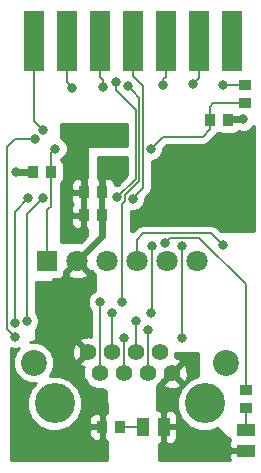
<source format=gbr>
G04 #@! TF.GenerationSoftware,KiCad,Pcbnew,no-vcs-found-835c19f~60~ubuntu16.04.1*
G04 #@! TF.CreationDate,2017-10-10T23:17:26+02:00*
G04 #@! TF.ProjectId,arcade_adapter,6172636164655F616461707465722E6B,rev?*
G04 #@! TF.SameCoordinates,Original*
G04 #@! TF.FileFunction,Copper,L2,Bot,Signal*
G04 #@! TF.FilePolarity,Positive*
%FSLAX46Y46*%
G04 Gerber Fmt 4.6, Leading zero omitted, Abs format (unit mm)*
G04 Created by KiCad (PCBNEW no-vcs-found-835c19f~60~ubuntu16.04.1) date Tue Oct 10 23:17:26 2017*
%MOMM*%
%LPD*%
G01*
G04 APERTURE LIST*
%ADD10R,0.914400X1.066800*%
%ADD11R,1.066800X0.914400*%
%ADD12R,1.574800X1.066800*%
%ADD13R,1.066800X1.574800*%
%ADD14R,1.780000X5.080000*%
%ADD15C,1.400000*%
%ADD16C,3.400000*%
%ADD17C,2.200000*%
%ADD18R,1.800000X1.800000*%
%ADD19C,1.800000*%
%ADD20C,0.800000*%
%ADD21C,0.152400*%
%ADD22C,0.609600*%
%ADD23C,0.254000*%
G04 APERTURE END LIST*
D10*
X98907600Y-69857620D03*
X97383600Y-69857620D03*
X97383600Y-71805800D03*
X98907600Y-71805800D03*
X108051600Y-63728600D03*
X109575600Y-63728600D03*
D11*
X111099600Y-86639400D03*
X111099600Y-88163400D03*
X110990380Y-60822840D03*
X110990380Y-62346840D03*
D10*
X98933000Y-89738200D03*
X100457000Y-89738200D03*
X94569280Y-68122800D03*
X93045280Y-68122800D03*
D12*
X111099600Y-91744800D03*
X111099600Y-90017600D03*
D13*
X102412800Y-89738200D03*
X104140000Y-89738200D03*
D14*
X109902800Y-57048400D03*
X107112800Y-57048400D03*
X104312800Y-57048400D03*
X101522800Y-57048400D03*
X98722800Y-57048400D03*
X95932800Y-57048400D03*
X93142800Y-57048400D03*
D15*
X104819800Y-85191600D03*
X102789800Y-85191600D03*
X100759800Y-85191600D03*
X98729800Y-85191600D03*
X103799800Y-83411600D03*
X101769800Y-83411600D03*
X99739800Y-83411600D03*
X97709800Y-83411600D03*
D16*
X94919800Y-87731600D03*
X107619800Y-87731600D03*
D17*
X93139800Y-84301600D03*
X109399800Y-84301600D03*
D18*
X94259400Y-75692000D03*
D19*
X96799400Y-75692000D03*
X99339400Y-75692000D03*
X101879400Y-75692000D03*
X104419400Y-75692000D03*
X106959400Y-75692000D03*
D20*
X109169200Y-74371200D03*
X109143800Y-60807600D03*
X101523800Y-70408800D03*
X100228400Y-70281800D03*
X100126800Y-60528200D03*
X106629200Y-60706000D03*
X98990420Y-60946593D03*
X104089200Y-60756800D03*
X96420798Y-61050289D03*
X101117400Y-60883800D03*
X100634800Y-79197199D03*
X98729798Y-79197200D03*
X110871000Y-63703200D03*
X99857560Y-65074800D03*
X98623120Y-65057020D03*
X96154240Y-65031620D03*
X97388680Y-65051940D03*
X105613200Y-90779600D03*
X106984800Y-90779600D03*
X108280200Y-90779600D03*
X108280200Y-91846400D03*
X106908600Y-91846400D03*
X106908600Y-91846400D03*
X105638600Y-91846400D03*
X105638600Y-91846400D03*
X104419400Y-91846400D03*
X91633040Y-68122800D03*
X98920300Y-68303140D03*
X99808030Y-68303140D03*
X100695760Y-68303140D03*
X100690680Y-67249040D03*
X99805490Y-67256660D03*
X98920300Y-67261740D03*
X93921866Y-64577237D03*
X105664004Y-74447400D03*
X100761800Y-82245200D03*
X105664000Y-82245200D03*
X103098600Y-80086200D03*
X99745802Y-80086200D03*
X103124000Y-74422000D03*
X92557600Y-80772000D03*
X101777800Y-80746600D03*
X93903800Y-70358000D03*
X104267000Y-74142602D03*
X91516200Y-80975200D03*
X102793804Y-81508600D03*
X92659200Y-70358000D03*
X91567092Y-82099312D03*
X93249503Y-65380159D03*
X103073200Y-66167000D03*
X94970600Y-66167000D03*
D21*
X101879400Y-75692000D02*
X101879400Y-73888600D01*
X101879400Y-73888600D02*
X102412800Y-73355200D01*
X102412800Y-73355200D02*
X108153200Y-73355200D01*
X108153200Y-73355200D02*
X109169200Y-74371200D01*
X109143800Y-60807600D02*
X110975140Y-60807600D01*
X110975140Y-60807600D02*
X110990380Y-60822840D01*
X109143800Y-60934600D02*
X109143800Y-60807600D01*
X101522800Y-57048400D02*
X101522800Y-60019200D01*
X101522800Y-60019200D02*
X102413366Y-60909766D01*
X102413366Y-60909766D02*
X102413366Y-69519234D01*
X102413366Y-69519234D02*
X101923799Y-70008801D01*
X101923799Y-70008801D02*
X101523800Y-70408800D01*
X100228400Y-70281800D02*
X100228400Y-70278036D01*
X100228400Y-70278036D02*
X101783005Y-68723431D01*
X101783005Y-68723431D02*
X101783005Y-62890525D01*
X101783005Y-62890525D02*
X100126800Y-61234320D01*
X100126800Y-61234320D02*
X100126800Y-60528200D01*
X107112800Y-57048400D02*
X107112800Y-60222400D01*
X107112800Y-60222400D02*
X106629200Y-60706000D01*
X98722800Y-57048400D02*
X98722800Y-60103570D01*
X98722800Y-60103570D02*
X98990420Y-60371190D01*
X98990420Y-60371190D02*
X98990420Y-60946593D01*
X104089200Y-60756800D02*
X104089200Y-60299600D01*
X104089200Y-60299600D02*
X104312800Y-60076000D01*
X104312800Y-60076000D02*
X104312800Y-57048400D01*
X96020799Y-60650290D02*
X96420798Y-61050289D01*
X95932800Y-60562291D02*
X96020799Y-60650290D01*
X95932800Y-57048400D02*
X95932800Y-60562291D01*
X100634800Y-79197199D02*
X100634800Y-70881934D01*
X100634800Y-70881934D02*
X100882404Y-70634330D01*
X100882404Y-70634330D02*
X100882404Y-70090794D01*
X101517399Y-61283799D02*
X101117400Y-60883800D01*
X100882404Y-70090794D02*
X102087816Y-68885382D01*
X102087816Y-68885382D02*
X102087816Y-61854216D01*
X102087816Y-61854216D02*
X101517399Y-61283799D01*
X98729800Y-79197202D02*
X98729798Y-79197200D01*
X98729800Y-85191600D02*
X98729800Y-79197202D01*
D22*
X110871000Y-63703200D02*
X109601000Y-63703200D01*
X109601000Y-63703200D02*
X109575600Y-63728600D01*
X97388680Y-65051940D02*
X98638360Y-65051940D01*
X98638360Y-65051940D02*
X98643440Y-65057020D01*
X97388680Y-65051940D02*
X96174560Y-65051940D01*
X96174560Y-65051940D02*
X96154240Y-65031620D01*
X97388680Y-68709540D02*
X97388680Y-65051940D01*
X97383600Y-69857620D02*
X97383600Y-68714620D01*
X97383600Y-68714620D02*
X97388680Y-68709540D01*
D21*
X106984800Y-90779600D02*
X105613200Y-90779600D01*
X108280200Y-91846400D02*
X108280200Y-90779600D01*
X108280200Y-91846400D02*
X106908600Y-91846400D01*
X106908600Y-91846400D02*
X105638600Y-91846400D01*
X104165400Y-90703400D02*
X104165400Y-91592400D01*
X104165400Y-91592400D02*
X104419400Y-91846400D01*
X104140000Y-89738200D02*
X104140000Y-90678000D01*
X104140000Y-90678000D02*
X104165400Y-90703400D01*
X111099600Y-91744800D02*
X110921800Y-91744800D01*
D22*
X95859600Y-76606400D02*
X95859600Y-77012800D01*
X95874001Y-76591999D02*
X95859600Y-76606400D01*
X96799400Y-75692000D02*
X95899401Y-76591999D01*
X95899401Y-76591999D02*
X95874001Y-76591999D01*
X93045280Y-68122800D02*
X91633040Y-68122800D01*
X98912680Y-68709540D02*
X98912680Y-68132960D01*
X98912680Y-68132960D02*
X98912680Y-67091560D01*
X100688140Y-68132960D02*
X99857560Y-68132960D01*
X99832160Y-67086480D02*
X100675440Y-67086480D01*
X100675440Y-67086480D02*
X100683060Y-67078860D01*
X98907600Y-69857620D02*
X98907600Y-68714620D01*
X98907600Y-68714620D02*
X98912680Y-68709540D01*
X97729879Y-74792001D02*
X98907600Y-73614280D01*
X98907600Y-73614280D02*
X98907600Y-71805800D01*
X96799400Y-75692000D02*
X97699399Y-74792001D01*
X97699399Y-74792001D02*
X97729879Y-74792001D01*
D21*
X93142800Y-57048400D02*
X93142800Y-63798171D01*
X93521867Y-64177238D02*
X93921866Y-64577237D01*
X93142800Y-63798171D02*
X93521867Y-64177238D01*
X105664000Y-74447404D02*
X105664004Y-74447400D01*
X105664000Y-82245200D02*
X105664000Y-74447404D01*
X100761800Y-82245200D02*
X100761800Y-83032600D01*
X100761800Y-83032600D02*
X100761800Y-85189600D01*
X100761800Y-85189600D02*
X100759800Y-85191600D01*
X103124000Y-80060800D02*
X103098600Y-80086200D01*
X103124000Y-74422000D02*
X103124000Y-80060800D01*
X99739800Y-83411600D02*
X99739800Y-80092202D01*
X99739800Y-80092202D02*
X99745802Y-80086200D01*
X92557600Y-80206315D02*
X92557600Y-80772000D01*
X93903800Y-70358000D02*
X92557600Y-71704200D01*
X92557600Y-71704200D02*
X92557600Y-80206315D01*
X101769800Y-83411600D02*
X101769800Y-80754600D01*
X101769800Y-80754600D02*
X101777800Y-80746600D01*
X111099600Y-86639400D02*
X111099600Y-77673200D01*
X111099600Y-77673200D02*
X107169003Y-73742603D01*
X107169003Y-73742603D02*
X104666999Y-73742603D01*
X104666999Y-73742603D02*
X104267000Y-74142602D01*
X91516200Y-80409515D02*
X91516200Y-80975200D01*
X91516200Y-71501000D02*
X91516200Y-80409515D01*
X92659200Y-70358000D02*
X91516200Y-71501000D01*
X102789800Y-81512604D02*
X102793804Y-81508600D01*
X102789800Y-85191600D02*
X102789800Y-81512604D01*
X93249503Y-65380159D02*
X91543431Y-65380159D01*
X91543431Y-65380159D02*
X90886521Y-66037069D01*
X90886521Y-66037069D02*
X90886521Y-81418741D01*
X90886521Y-81418741D02*
X91167093Y-81699313D01*
X91167093Y-81699313D02*
X91567092Y-82099312D01*
X107442000Y-65151000D02*
X108051600Y-64541400D01*
X108051600Y-64541400D02*
X108051600Y-63728600D01*
X104089200Y-65151000D02*
X106603800Y-65151000D01*
X106603800Y-65151000D02*
X107442000Y-65151000D01*
X108315760Y-62346840D02*
X108051600Y-62611000D01*
X108051600Y-62611000D02*
X108051600Y-63728600D01*
X110990380Y-62346840D02*
X108315760Y-62346840D01*
X103073200Y-66167000D02*
X104089200Y-65151000D01*
X109631480Y-62346840D02*
X110990380Y-62346840D01*
X103073200Y-66167000D02*
X103098600Y-66192400D01*
X94259400Y-71399400D02*
X94526100Y-71132700D01*
X94569280Y-68122800D02*
X94569280Y-71089520D01*
X94569280Y-71089520D02*
X94526100Y-71132700D01*
X94569280Y-68122800D02*
X94569280Y-66568320D01*
X94569280Y-66568320D02*
X94970600Y-66167000D01*
X94259400Y-75692000D02*
X94259400Y-71399400D01*
X100457000Y-89738200D02*
X102412800Y-89738200D01*
X111099600Y-90017600D02*
X111099600Y-88163400D01*
D23*
G36*
X107061000Y-85436019D02*
X106298857Y-85750929D01*
X105641438Y-86407202D01*
X105285207Y-87265102D01*
X105284396Y-88194022D01*
X105639129Y-89052543D01*
X106295402Y-89709962D01*
X107153302Y-90066193D01*
X108082222Y-90067004D01*
X108644010Y-89834878D01*
X109487770Y-90642733D01*
X109529561Y-90669361D01*
X109575600Y-90678000D01*
X109690022Y-90678000D01*
X109714043Y-90798765D01*
X109764513Y-90874298D01*
X109677200Y-91085091D01*
X109677200Y-91459050D01*
X109835950Y-91617800D01*
X110972600Y-91617800D01*
X110972600Y-91597800D01*
X111226600Y-91597800D01*
X111226600Y-91617800D01*
X111246600Y-91617800D01*
X111246600Y-91871800D01*
X111226600Y-91871800D01*
X111226600Y-91891800D01*
X110972600Y-91891800D01*
X110972600Y-91871800D01*
X109835950Y-91871800D01*
X109677200Y-92030550D01*
X109677200Y-92404509D01*
X109741109Y-92558800D01*
X103733600Y-92558800D01*
X103733600Y-91160600D01*
X103854250Y-91160600D01*
X104013000Y-91001850D01*
X104013000Y-89865200D01*
X104267000Y-89865200D01*
X104267000Y-91001850D01*
X104425750Y-91160600D01*
X104799709Y-91160600D01*
X105033098Y-91063927D01*
X105211727Y-90885299D01*
X105308400Y-90651910D01*
X105308400Y-90023950D01*
X105149650Y-89865200D01*
X104267000Y-89865200D01*
X104013000Y-89865200D01*
X103993000Y-89865200D01*
X103993000Y-89611200D01*
X104013000Y-89611200D01*
X104013000Y-88474550D01*
X104267000Y-88474550D01*
X104267000Y-89611200D01*
X105149650Y-89611200D01*
X105308400Y-89452450D01*
X105308400Y-88824490D01*
X105211727Y-88591101D01*
X105033098Y-88412473D01*
X104799709Y-88315800D01*
X104425750Y-88315800D01*
X104267000Y-88474550D01*
X104013000Y-88474550D01*
X103854250Y-88315800D01*
X103612506Y-88315800D01*
X103555800Y-88024169D01*
X103555800Y-86313266D01*
X103742516Y-86126875D01*
X104064131Y-86126875D01*
X104125969Y-86362642D01*
X104626922Y-86539019D01*
X105157240Y-86510264D01*
X105513631Y-86362642D01*
X105575469Y-86126875D01*
X104819800Y-85371205D01*
X104064131Y-86126875D01*
X103742516Y-86126875D01*
X103920898Y-85948804D01*
X103947816Y-85883978D01*
X104640195Y-85191600D01*
X104999405Y-85191600D01*
X105755075Y-85947269D01*
X105990842Y-85885431D01*
X106167219Y-85384478D01*
X106138464Y-84854160D01*
X105990842Y-84497769D01*
X105755075Y-84435931D01*
X104999405Y-85191600D01*
X104640195Y-85191600D01*
X104626053Y-85177458D01*
X104805658Y-84997852D01*
X104819800Y-85011995D01*
X105575469Y-84256325D01*
X105513631Y-84020558D01*
X105058931Y-83860466D01*
X105134568Y-83678313D01*
X105134777Y-83439000D01*
X107061000Y-83439000D01*
X107061000Y-85436019D01*
X107061000Y-85436019D01*
G37*
X107061000Y-85436019D02*
X106298857Y-85750929D01*
X105641438Y-86407202D01*
X105285207Y-87265102D01*
X105284396Y-88194022D01*
X105639129Y-89052543D01*
X106295402Y-89709962D01*
X107153302Y-90066193D01*
X108082222Y-90067004D01*
X108644010Y-89834878D01*
X109487770Y-90642733D01*
X109529561Y-90669361D01*
X109575600Y-90678000D01*
X109690022Y-90678000D01*
X109714043Y-90798765D01*
X109764513Y-90874298D01*
X109677200Y-91085091D01*
X109677200Y-91459050D01*
X109835950Y-91617800D01*
X110972600Y-91617800D01*
X110972600Y-91597800D01*
X111226600Y-91597800D01*
X111226600Y-91617800D01*
X111246600Y-91617800D01*
X111246600Y-91871800D01*
X111226600Y-91871800D01*
X111226600Y-91891800D01*
X110972600Y-91891800D01*
X110972600Y-91871800D01*
X109835950Y-91871800D01*
X109677200Y-92030550D01*
X109677200Y-92404509D01*
X109741109Y-92558800D01*
X103733600Y-92558800D01*
X103733600Y-91160600D01*
X103854250Y-91160600D01*
X104013000Y-91001850D01*
X104013000Y-89865200D01*
X104267000Y-89865200D01*
X104267000Y-91001850D01*
X104425750Y-91160600D01*
X104799709Y-91160600D01*
X105033098Y-91063927D01*
X105211727Y-90885299D01*
X105308400Y-90651910D01*
X105308400Y-90023950D01*
X105149650Y-89865200D01*
X104267000Y-89865200D01*
X104013000Y-89865200D01*
X103993000Y-89865200D01*
X103993000Y-89611200D01*
X104013000Y-89611200D01*
X104013000Y-88474550D01*
X104267000Y-88474550D01*
X104267000Y-89611200D01*
X105149650Y-89611200D01*
X105308400Y-89452450D01*
X105308400Y-88824490D01*
X105211727Y-88591101D01*
X105033098Y-88412473D01*
X104799709Y-88315800D01*
X104425750Y-88315800D01*
X104267000Y-88474550D01*
X104013000Y-88474550D01*
X103854250Y-88315800D01*
X103612506Y-88315800D01*
X103555800Y-88024169D01*
X103555800Y-86313266D01*
X103742516Y-86126875D01*
X104064131Y-86126875D01*
X104125969Y-86362642D01*
X104626922Y-86539019D01*
X105157240Y-86510264D01*
X105513631Y-86362642D01*
X105575469Y-86126875D01*
X104819800Y-85371205D01*
X104064131Y-86126875D01*
X103742516Y-86126875D01*
X103920898Y-85948804D01*
X103947816Y-85883978D01*
X104640195Y-85191600D01*
X104999405Y-85191600D01*
X105755075Y-85947269D01*
X105990842Y-85885431D01*
X106167219Y-85384478D01*
X106138464Y-84854160D01*
X105990842Y-84497769D01*
X105755075Y-84435931D01*
X104999405Y-85191600D01*
X104640195Y-85191600D01*
X104626053Y-85177458D01*
X104805658Y-84997852D01*
X104819800Y-85011995D01*
X105575469Y-84256325D01*
X105513631Y-84020558D01*
X105058931Y-83860466D01*
X105134568Y-83678313D01*
X105134777Y-83439000D01*
X107061000Y-83439000D01*
X107061000Y-85436019D01*
G36*
X96993148Y-75677858D02*
X96979005Y-75692000D01*
X97879559Y-76592554D01*
X98029727Y-76541965D01*
X98037332Y-76560371D01*
X98328779Y-76852328D01*
X98332617Y-78241440D01*
X98144283Y-78319258D01*
X97852879Y-78610154D01*
X97694978Y-78990423D01*
X97694619Y-79402171D01*
X97851856Y-79782715D01*
X98018600Y-79949750D01*
X98018600Y-82104995D01*
X97902678Y-82064181D01*
X97372360Y-82092936D01*
X97015969Y-82240558D01*
X96954131Y-82476325D01*
X97709800Y-83231995D01*
X97723943Y-83217853D01*
X97903548Y-83397458D01*
X97889405Y-83411600D01*
X97903548Y-83425743D01*
X97723943Y-83605348D01*
X97709800Y-83591205D01*
X96954131Y-84346875D01*
X97015969Y-84582642D01*
X97362023Y-84704481D01*
X97338695Y-84746956D01*
X97333204Y-84775072D01*
X97282404Y-85410072D01*
X97288165Y-85459289D01*
X97303854Y-85491428D01*
X97573973Y-85890176D01*
X97597382Y-85946829D01*
X97643958Y-85993486D01*
X97837254Y-86278828D01*
X97872516Y-86313643D01*
X97934717Y-86334367D01*
X98011974Y-86339049D01*
X98463087Y-86526368D01*
X98959660Y-86526801D01*
X99240958Y-86710256D01*
X99327448Y-88569800D01*
X99218750Y-88569800D01*
X99060000Y-88728550D01*
X99060000Y-89611200D01*
X99080000Y-89611200D01*
X99080000Y-89865200D01*
X99060000Y-89865200D01*
X99060000Y-90747850D01*
X99218750Y-90906600D01*
X99327564Y-90906600D01*
X99318177Y-92558800D01*
X91210200Y-92558800D01*
X91210200Y-83071799D01*
X91360315Y-83134132D01*
X91772063Y-83134491D01*
X91910404Y-83077330D01*
X91669796Y-83317518D01*
X91405101Y-83954973D01*
X91404499Y-84645199D01*
X91668081Y-85283115D01*
X92155718Y-85771604D01*
X92793173Y-86036299D01*
X93312535Y-86036752D01*
X92941438Y-86407202D01*
X92585207Y-87265102D01*
X92584396Y-88194022D01*
X92939129Y-89052543D01*
X93595402Y-89709962D01*
X94453302Y-90066193D01*
X95382222Y-90067004D01*
X95486420Y-90023950D01*
X97840800Y-90023950D01*
X97840800Y-90397910D01*
X97937473Y-90631299D01*
X98116102Y-90809927D01*
X98349491Y-90906600D01*
X98647250Y-90906600D01*
X98806000Y-90747850D01*
X98806000Y-89865200D01*
X97999550Y-89865200D01*
X97840800Y-90023950D01*
X95486420Y-90023950D01*
X96240743Y-89712271D01*
X96875630Y-89078490D01*
X97840800Y-89078490D01*
X97840800Y-89452450D01*
X97999550Y-89611200D01*
X98806000Y-89611200D01*
X98806000Y-88728550D01*
X98647250Y-88569800D01*
X98349491Y-88569800D01*
X98116102Y-88666473D01*
X97937473Y-88845101D01*
X97840800Y-89078490D01*
X96875630Y-89078490D01*
X96898162Y-89055998D01*
X97254393Y-88198098D01*
X97255204Y-87269178D01*
X96900471Y-86410657D01*
X96244198Y-85753238D01*
X95386298Y-85397007D01*
X94499060Y-85396232D01*
X94609804Y-85285682D01*
X94874499Y-84648227D01*
X94875101Y-83958001D01*
X94611519Y-83320085D01*
X94510333Y-83218722D01*
X96362381Y-83218722D01*
X96391136Y-83749040D01*
X96538758Y-84105431D01*
X96774525Y-84167269D01*
X97530195Y-83411600D01*
X96774525Y-82655931D01*
X96538758Y-82717769D01*
X96362381Y-83218722D01*
X94510333Y-83218722D01*
X94123882Y-82831596D01*
X93486427Y-82566901D01*
X92842224Y-82566339D01*
X93254389Y-82443075D01*
X93298182Y-82419888D01*
X93329768Y-82381707D01*
X93344998Y-82322048D01*
X93349478Y-81443939D01*
X93434519Y-81359046D01*
X93592420Y-80978777D01*
X93592779Y-80567029D01*
X93435542Y-80186485D01*
X93356299Y-80107103D01*
X93369753Y-77470000D01*
X94665800Y-77470000D01*
X94714401Y-77460333D01*
X94755603Y-77432803D01*
X94783133Y-77391601D01*
X94792800Y-77343000D01*
X94792800Y-77239440D01*
X95159400Y-77239440D01*
X95407165Y-77190157D01*
X95617209Y-77049809D01*
X95749458Y-76851886D01*
X95784290Y-76886718D01*
X95898847Y-76772161D01*
X95985252Y-77028643D01*
X96558736Y-77238458D01*
X97168860Y-77212839D01*
X97613548Y-77028643D01*
X97699954Y-76772159D01*
X96799400Y-75871605D01*
X96785258Y-75885748D01*
X96605653Y-75706143D01*
X96619795Y-75692000D01*
X96605653Y-75677858D01*
X96785258Y-75498253D01*
X96799400Y-75512395D01*
X96813543Y-75498253D01*
X96993148Y-75677858D01*
X96993148Y-75677858D01*
G37*
X96993148Y-75677858D02*
X96979005Y-75692000D01*
X97879559Y-76592554D01*
X98029727Y-76541965D01*
X98037332Y-76560371D01*
X98328779Y-76852328D01*
X98332617Y-78241440D01*
X98144283Y-78319258D01*
X97852879Y-78610154D01*
X97694978Y-78990423D01*
X97694619Y-79402171D01*
X97851856Y-79782715D01*
X98018600Y-79949750D01*
X98018600Y-82104995D01*
X97902678Y-82064181D01*
X97372360Y-82092936D01*
X97015969Y-82240558D01*
X96954131Y-82476325D01*
X97709800Y-83231995D01*
X97723943Y-83217853D01*
X97903548Y-83397458D01*
X97889405Y-83411600D01*
X97903548Y-83425743D01*
X97723943Y-83605348D01*
X97709800Y-83591205D01*
X96954131Y-84346875D01*
X97015969Y-84582642D01*
X97362023Y-84704481D01*
X97338695Y-84746956D01*
X97333204Y-84775072D01*
X97282404Y-85410072D01*
X97288165Y-85459289D01*
X97303854Y-85491428D01*
X97573973Y-85890176D01*
X97597382Y-85946829D01*
X97643958Y-85993486D01*
X97837254Y-86278828D01*
X97872516Y-86313643D01*
X97934717Y-86334367D01*
X98011974Y-86339049D01*
X98463087Y-86526368D01*
X98959660Y-86526801D01*
X99240958Y-86710256D01*
X99327448Y-88569800D01*
X99218750Y-88569800D01*
X99060000Y-88728550D01*
X99060000Y-89611200D01*
X99080000Y-89611200D01*
X99080000Y-89865200D01*
X99060000Y-89865200D01*
X99060000Y-90747850D01*
X99218750Y-90906600D01*
X99327564Y-90906600D01*
X99318177Y-92558800D01*
X91210200Y-92558800D01*
X91210200Y-83071799D01*
X91360315Y-83134132D01*
X91772063Y-83134491D01*
X91910404Y-83077330D01*
X91669796Y-83317518D01*
X91405101Y-83954973D01*
X91404499Y-84645199D01*
X91668081Y-85283115D01*
X92155718Y-85771604D01*
X92793173Y-86036299D01*
X93312535Y-86036752D01*
X92941438Y-86407202D01*
X92585207Y-87265102D01*
X92584396Y-88194022D01*
X92939129Y-89052543D01*
X93595402Y-89709962D01*
X94453302Y-90066193D01*
X95382222Y-90067004D01*
X95486420Y-90023950D01*
X97840800Y-90023950D01*
X97840800Y-90397910D01*
X97937473Y-90631299D01*
X98116102Y-90809927D01*
X98349491Y-90906600D01*
X98647250Y-90906600D01*
X98806000Y-90747850D01*
X98806000Y-89865200D01*
X97999550Y-89865200D01*
X97840800Y-90023950D01*
X95486420Y-90023950D01*
X96240743Y-89712271D01*
X96875630Y-89078490D01*
X97840800Y-89078490D01*
X97840800Y-89452450D01*
X97999550Y-89611200D01*
X98806000Y-89611200D01*
X98806000Y-88728550D01*
X98647250Y-88569800D01*
X98349491Y-88569800D01*
X98116102Y-88666473D01*
X97937473Y-88845101D01*
X97840800Y-89078490D01*
X96875630Y-89078490D01*
X96898162Y-89055998D01*
X97254393Y-88198098D01*
X97255204Y-87269178D01*
X96900471Y-86410657D01*
X96244198Y-85753238D01*
X95386298Y-85397007D01*
X94499060Y-85396232D01*
X94609804Y-85285682D01*
X94874499Y-84648227D01*
X94875101Y-83958001D01*
X94611519Y-83320085D01*
X94510333Y-83218722D01*
X96362381Y-83218722D01*
X96391136Y-83749040D01*
X96538758Y-84105431D01*
X96774525Y-84167269D01*
X97530195Y-83411600D01*
X96774525Y-82655931D01*
X96538758Y-82717769D01*
X96362381Y-83218722D01*
X94510333Y-83218722D01*
X94123882Y-82831596D01*
X93486427Y-82566901D01*
X92842224Y-82566339D01*
X93254389Y-82443075D01*
X93298182Y-82419888D01*
X93329768Y-82381707D01*
X93344998Y-82322048D01*
X93349478Y-81443939D01*
X93434519Y-81359046D01*
X93592420Y-80978777D01*
X93592779Y-80567029D01*
X93435542Y-80186485D01*
X93356299Y-80107103D01*
X93369753Y-77470000D01*
X94665800Y-77470000D01*
X94714401Y-77460333D01*
X94755603Y-77432803D01*
X94783133Y-77391601D01*
X94792800Y-77343000D01*
X94792800Y-77239440D01*
X95159400Y-77239440D01*
X95407165Y-77190157D01*
X95617209Y-77049809D01*
X95749458Y-76851886D01*
X95784290Y-76886718D01*
X95898847Y-76772161D01*
X95985252Y-77028643D01*
X96558736Y-77238458D01*
X97168860Y-77212839D01*
X97613548Y-77028643D01*
X97699954Y-76772159D01*
X96799400Y-75871605D01*
X96785258Y-75885748D01*
X96605653Y-75706143D01*
X96619795Y-75692000D01*
X96605653Y-75677858D01*
X96785258Y-75498253D01*
X96799400Y-75512395D01*
X96813543Y-75498253D01*
X96993148Y-75677858D01*
G36*
X101071805Y-66862487D02*
X101071805Y-68428842D01*
X100253826Y-69246822D01*
X100023429Y-69246621D01*
X99999800Y-69256384D01*
X99999800Y-69197910D01*
X99903127Y-68964521D01*
X99724498Y-68785893D01*
X99491109Y-68689220D01*
X99193350Y-68689220D01*
X99034600Y-68847970D01*
X99034600Y-69730620D01*
X99054600Y-69730620D01*
X99054600Y-69984620D01*
X99034600Y-69984620D01*
X99034600Y-71678800D01*
X99054600Y-71678800D01*
X99054600Y-71932800D01*
X99034600Y-71932800D01*
X99034600Y-71952800D01*
X98780600Y-71952800D01*
X98780600Y-71932800D01*
X98760600Y-71932800D01*
X98760600Y-71678800D01*
X98780600Y-71678800D01*
X98780600Y-69984620D01*
X98760600Y-69984620D01*
X98760600Y-69730620D01*
X98780600Y-69730620D01*
X98780600Y-68847970D01*
X98621850Y-68689220D01*
X98606277Y-68689220D01*
X98603026Y-66853275D01*
X101071805Y-66862487D01*
X101071805Y-66862487D01*
G37*
X101071805Y-66862487D02*
X101071805Y-68428842D01*
X100253826Y-69246822D01*
X100023429Y-69246621D01*
X99999800Y-69256384D01*
X99999800Y-69197910D01*
X99903127Y-68964521D01*
X99724498Y-68785893D01*
X99491109Y-68689220D01*
X99193350Y-68689220D01*
X99034600Y-68847970D01*
X99034600Y-69730620D01*
X99054600Y-69730620D01*
X99054600Y-69984620D01*
X99034600Y-69984620D01*
X99034600Y-71678800D01*
X99054600Y-71678800D01*
X99054600Y-71932800D01*
X99034600Y-71932800D01*
X99034600Y-71952800D01*
X98780600Y-71952800D01*
X98780600Y-71932800D01*
X98760600Y-71932800D01*
X98760600Y-71678800D01*
X98780600Y-71678800D01*
X98780600Y-69984620D01*
X98760600Y-69984620D01*
X98760600Y-69730620D01*
X98780600Y-69730620D01*
X98780600Y-68847970D01*
X98621850Y-68689220D01*
X98606277Y-68689220D01*
X98603026Y-66853275D01*
X101071805Y-66862487D01*
G36*
X101071805Y-65953334D02*
X97789595Y-65963801D01*
X97741025Y-65973623D01*
X97699912Y-66001284D01*
X97672513Y-66042574D01*
X97663000Y-66090453D01*
X97655865Y-68702705D01*
X97510600Y-68847970D01*
X97510600Y-69730620D01*
X97530600Y-69730620D01*
X97530600Y-69984620D01*
X97510600Y-69984620D01*
X97510600Y-71678800D01*
X97530600Y-71678800D01*
X97530600Y-71932800D01*
X97510600Y-71932800D01*
X97510600Y-72815450D01*
X97644266Y-72949116D01*
X97642772Y-73496269D01*
X97569331Y-73623471D01*
X97126717Y-74066085D01*
X97107509Y-74078919D01*
X95450850Y-74093236D01*
X95453819Y-72091550D01*
X96291400Y-72091550D01*
X96291400Y-72465510D01*
X96388073Y-72698899D01*
X96566702Y-72877527D01*
X96800091Y-72974200D01*
X97097850Y-72974200D01*
X97256600Y-72815450D01*
X97256600Y-71932800D01*
X96450150Y-71932800D01*
X96291400Y-72091550D01*
X95453819Y-72091550D01*
X95456708Y-70143370D01*
X96291400Y-70143370D01*
X96291400Y-70517330D01*
X96388073Y-70750719D01*
X96469064Y-70831710D01*
X96388073Y-70912701D01*
X96291400Y-71146090D01*
X96291400Y-71520050D01*
X96450150Y-71678800D01*
X97256600Y-71678800D01*
X97256600Y-69984620D01*
X96450150Y-69984620D01*
X96291400Y-70143370D01*
X95456708Y-70143370D01*
X95458111Y-69197910D01*
X96291400Y-69197910D01*
X96291400Y-69571870D01*
X96450150Y-69730620D01*
X97256600Y-69730620D01*
X97256600Y-68847970D01*
X97097850Y-68689220D01*
X96800091Y-68689220D01*
X96566702Y-68785893D01*
X96388073Y-68964521D01*
X96291400Y-69197910D01*
X95458111Y-69197910D01*
X95458210Y-69131435D01*
X95484289Y-69114009D01*
X95624637Y-68903965D01*
X95673920Y-68656200D01*
X95673920Y-67589400D01*
X95624637Y-67341635D01*
X95484289Y-67131591D01*
X95461199Y-67116163D01*
X95461247Y-67084140D01*
X95556115Y-67044942D01*
X95847519Y-66754046D01*
X96005420Y-66373777D01*
X96005779Y-65962029D01*
X95848542Y-65581485D01*
X95557646Y-65290081D01*
X95463966Y-65251182D01*
X95465712Y-64073789D01*
X101071805Y-64062661D01*
X101071805Y-65953334D01*
X101071805Y-65953334D01*
G37*
X101071805Y-65953334D02*
X97789595Y-65963801D01*
X97741025Y-65973623D01*
X97699912Y-66001284D01*
X97672513Y-66042574D01*
X97663000Y-66090453D01*
X97655865Y-68702705D01*
X97510600Y-68847970D01*
X97510600Y-69730620D01*
X97530600Y-69730620D01*
X97530600Y-69984620D01*
X97510600Y-69984620D01*
X97510600Y-71678800D01*
X97530600Y-71678800D01*
X97530600Y-71932800D01*
X97510600Y-71932800D01*
X97510600Y-72815450D01*
X97644266Y-72949116D01*
X97642772Y-73496269D01*
X97569331Y-73623471D01*
X97126717Y-74066085D01*
X97107509Y-74078919D01*
X95450850Y-74093236D01*
X95453819Y-72091550D01*
X96291400Y-72091550D01*
X96291400Y-72465510D01*
X96388073Y-72698899D01*
X96566702Y-72877527D01*
X96800091Y-72974200D01*
X97097850Y-72974200D01*
X97256600Y-72815450D01*
X97256600Y-71932800D01*
X96450150Y-71932800D01*
X96291400Y-72091550D01*
X95453819Y-72091550D01*
X95456708Y-70143370D01*
X96291400Y-70143370D01*
X96291400Y-70517330D01*
X96388073Y-70750719D01*
X96469064Y-70831710D01*
X96388073Y-70912701D01*
X96291400Y-71146090D01*
X96291400Y-71520050D01*
X96450150Y-71678800D01*
X97256600Y-71678800D01*
X97256600Y-69984620D01*
X96450150Y-69984620D01*
X96291400Y-70143370D01*
X95456708Y-70143370D01*
X95458111Y-69197910D01*
X96291400Y-69197910D01*
X96291400Y-69571870D01*
X96450150Y-69730620D01*
X97256600Y-69730620D01*
X97256600Y-68847970D01*
X97097850Y-68689220D01*
X96800091Y-68689220D01*
X96566702Y-68785893D01*
X96388073Y-68964521D01*
X96291400Y-69197910D01*
X95458111Y-69197910D01*
X95458210Y-69131435D01*
X95484289Y-69114009D01*
X95624637Y-68903965D01*
X95673920Y-68656200D01*
X95673920Y-67589400D01*
X95624637Y-67341635D01*
X95484289Y-67131591D01*
X95461199Y-67116163D01*
X95461247Y-67084140D01*
X95556115Y-67044942D01*
X95847519Y-66754046D01*
X96005420Y-66373777D01*
X96005779Y-65962029D01*
X95848542Y-65581485D01*
X95557646Y-65290081D01*
X95463966Y-65251182D01*
X95465712Y-64073789D01*
X101071805Y-64062661D01*
X101071805Y-65953334D01*
G36*
X111761200Y-73177400D02*
X108981188Y-73177400D01*
X108656094Y-72852306D01*
X108425365Y-72698137D01*
X108153200Y-72644000D01*
X102412800Y-72644000D01*
X102140636Y-72698137D01*
X101909906Y-72852305D01*
X101584812Y-73177400D01*
X101346000Y-73177400D01*
X101346000Y-71525968D01*
X101377324Y-71443672D01*
X101728771Y-71443979D01*
X102109315Y-71286742D01*
X102400719Y-70995846D01*
X102558620Y-70615577D01*
X102558826Y-70379562D01*
X102916260Y-70022129D01*
X103070429Y-69791399D01*
X103089653Y-69694754D01*
X103124566Y-69519234D01*
X103124566Y-67202045D01*
X103278171Y-67202179D01*
X103658715Y-67044942D01*
X103950119Y-66754046D01*
X104108020Y-66373777D01*
X104108226Y-66137762D01*
X104383788Y-65862200D01*
X107442000Y-65862200D01*
X107714165Y-65808063D01*
X107944894Y-65653894D01*
X108554495Y-65044294D01*
X108665416Y-64878287D01*
X108756565Y-64860157D01*
X108813600Y-64822047D01*
X108870635Y-64860157D01*
X109118400Y-64909440D01*
X110032800Y-64909440D01*
X110280565Y-64860157D01*
X110490609Y-64719809D01*
X110518791Y-64677632D01*
X110664223Y-64738020D01*
X111075971Y-64738379D01*
X111456515Y-64581142D01*
X111747919Y-64290246D01*
X111761200Y-64258262D01*
X111761200Y-73177400D01*
X111761200Y-73177400D01*
G37*
X111761200Y-73177400D02*
X108981188Y-73177400D01*
X108656094Y-72852306D01*
X108425365Y-72698137D01*
X108153200Y-72644000D01*
X102412800Y-72644000D01*
X102140636Y-72698137D01*
X101909906Y-72852305D01*
X101584812Y-73177400D01*
X101346000Y-73177400D01*
X101346000Y-71525968D01*
X101377324Y-71443672D01*
X101728771Y-71443979D01*
X102109315Y-71286742D01*
X102400719Y-70995846D01*
X102558620Y-70615577D01*
X102558826Y-70379562D01*
X102916260Y-70022129D01*
X103070429Y-69791399D01*
X103089653Y-69694754D01*
X103124566Y-69519234D01*
X103124566Y-67202045D01*
X103278171Y-67202179D01*
X103658715Y-67044942D01*
X103950119Y-66754046D01*
X104108020Y-66373777D01*
X104108226Y-66137762D01*
X104383788Y-65862200D01*
X107442000Y-65862200D01*
X107714165Y-65808063D01*
X107944894Y-65653894D01*
X108554495Y-65044294D01*
X108665416Y-64878287D01*
X108756565Y-64860157D01*
X108813600Y-64822047D01*
X108870635Y-64860157D01*
X109118400Y-64909440D01*
X110032800Y-64909440D01*
X110280565Y-64860157D01*
X110490609Y-64719809D01*
X110518791Y-64677632D01*
X110664223Y-64738020D01*
X111075971Y-64738379D01*
X111456515Y-64581142D01*
X111747919Y-64290246D01*
X111761200Y-64258262D01*
X111761200Y-73177400D01*
M02*

</source>
